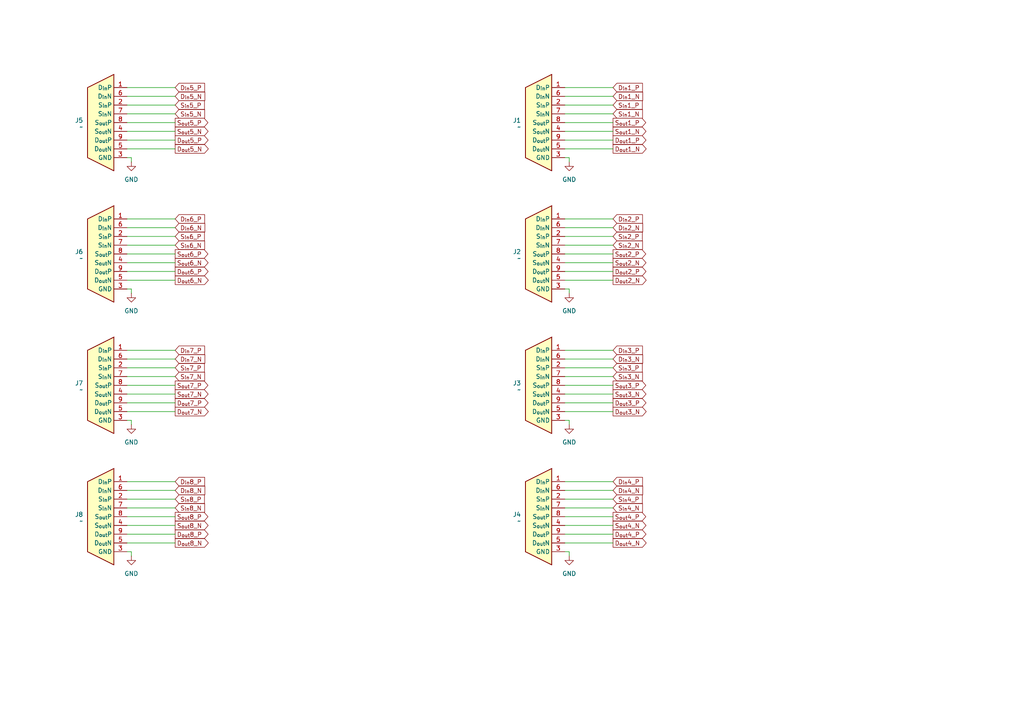
<source format=kicad_sch>
(kicad_sch (version 20231120) (generator "eeschema") (generator_version "8.0")
  (paper "A4")
  (lib_symbols
    (symbol "DE9:SpaceWire_Receptacle" (in_bom no)
      (property "Reference" "J" (at 5.08 0 0))
      (symbol "SpaceWire_Receptacle_0_1"
        (polyline (pts (xy -3.81 13.97) (xy -3.81 -13.97) (xy 3.81 -10.16) (xy 3.81 10.16) (xy -3.81 13.97)) (stroke (width 0.254)) (fill (type background)))
      )
      (symbol "SpaceWire_Receptacle_1_1"
        (pin input line (at -7.62 10.16 0) (length 3.81) (name "D_{in}P") (number "1"))
        (pin input line (at -7.62 5.08 0) (length 3.81) (name "S_{in}P") (number "2"))
        (pin passive line (at -7.62 -10.16 0) (length 3.81) (name "GND") (number "3"))
        (pin output line (at -7.62 -2.54 0) (length 3.81) (name "S_{out}N") (number "4"))
        (pin output line (at -7.62 -7.62 0) (length 3.81) (name "D_{out}N") (number "5"))
        (pin input line (at -7.62 7.62 0) (length 3.81) (name "D_{in}N") (number "6"))
        (pin input line (at -7.62 2.54 0) (length 3.81) (name "S_{in}N") (number "7"))
        (pin output line (at -7.62 0 0) (length 3.81) (name "S_{out}P") (number "8"))
        (pin output line (at -7.62 -5.08 0) (length 3.81) (name "D_{out}P") (number "9"))
      )
    )
    (symbol "power:GND" (power) (pin_numbers hide) (pin_names (offset 0) hide)
      (property "Value" "GND" (at 0 -3.81 0))
      (symbol "GND_0_1"
        (polyline (pts (xy 0 0) (xy 0 -1.27) (xy 1.27 -1.27) (xy 0 -2.54) (xy -1.27 -1.27) (xy 0 -1.27)))
      )
      (symbol "GND_1_1"
        (pin power_in line (at 0 0 270) (length 0) (name "~") (number "1"))
      )
    )
  )
  (wire (pts (xy 38.1 83.82) (xy 36.83 83.82)))
  (wire (pts (xy 165.1 45.72) (xy 163.83 45.72)))
  (wire (pts (xy 163.83 154.94) (xy 177.8 154.94)))
  (wire (pts (xy 163.83 111.76) (xy 177.8 111.76)))
  (wire (pts (xy 163.83 149.86) (xy 177.8 149.86)))
  (wire (pts (xy 163.83 116.84) (xy 177.8 116.84)))
  (wire (pts (xy 165.1 121.92) (xy 163.83 121.92)))
  (wire (pts (xy 38.1 85.09) (xy 38.1 83.82)))
  (wire (pts (xy 38.1 121.92) (xy 36.83 121.92)))
  (wire (pts (xy 163.83 78.74) (xy 177.8 78.74)))
  (wire (pts (xy 36.83 116.84) (xy 50.8 116.84)))
  (wire (pts (xy 165.1 161.29) (xy 165.1 160.02)))
  (wire (pts (xy 36.83 73.66) (xy 50.8 73.66)))
  (wire (pts (xy 163.83 144.78) (xy 177.8 144.78)))
  (wire (pts (xy 36.83 147.32) (xy 50.8 147.32)))
  (wire (pts (xy 36.83 76.2) (xy 50.8 76.2)))
  (wire (pts (xy 36.83 43.18) (xy 50.8 43.18)))
  (wire (pts (xy 36.83 66.04) (xy 50.8 66.04)))
  (wire (pts (xy 163.83 66.04) (xy 177.8 66.04)))
  (wire (pts (xy 36.83 119.38) (xy 50.8 119.38)))
  (wire (pts (xy 163.83 157.48) (xy 177.8 157.48)))
  (wire (pts (xy 36.83 109.22) (xy 50.8 109.22)))
  (wire (pts (xy 38.1 46.99) (xy 38.1 45.72)))
  (wire (pts (xy 36.83 35.56) (xy 50.8 35.56)))
  (wire (pts (xy 163.83 106.68) (xy 177.8 106.68)))
  (wire (pts (xy 36.83 71.12) (xy 50.8 71.12)))
  (wire (pts (xy 163.83 147.32) (xy 177.8 147.32)))
  (wire (pts (xy 36.83 68.58) (xy 50.8 68.58)))
  (wire (pts (xy 163.83 152.4) (xy 177.8 152.4)))
  (wire (pts (xy 163.83 33.02) (xy 177.8 33.02)))
  (wire (pts (xy 163.83 73.66) (xy 177.8 73.66)))
  (wire (pts (xy 165.1 83.82) (xy 163.83 83.82)))
  (wire (pts (xy 163.83 30.48) (xy 177.8 30.48)))
  (wire (pts (xy 36.83 111.76) (xy 50.8 111.76)))
  (wire (pts (xy 163.83 63.5) (xy 177.8 63.5)))
  (wire (pts (xy 165.1 46.99) (xy 165.1 45.72)))
  (wire (pts (xy 36.83 27.94) (xy 50.8 27.94)))
  (wire (pts (xy 163.83 142.24) (xy 177.8 142.24)))
  (wire (pts (xy 165.1 85.09) (xy 165.1 83.82)))
  (wire (pts (xy 165.1 123.19) (xy 165.1 121.92)))
  (wire (pts (xy 163.83 71.12) (xy 177.8 71.12)))
  (wire (pts (xy 36.83 142.24) (xy 50.8 142.24)))
  (wire (pts (xy 36.83 38.1) (xy 50.8 38.1)))
  (wire (pts (xy 163.83 27.94) (xy 177.8 27.94)))
  (wire (pts (xy 36.83 63.5) (xy 50.8 63.5)))
  (wire (pts (xy 36.83 144.78) (xy 50.8 144.78)))
  (wire (pts (xy 36.83 104.14) (xy 50.8 104.14)))
  (wire (pts (xy 36.83 106.68) (xy 50.8 106.68)))
  (wire (pts (xy 163.83 25.4) (xy 177.8 25.4)))
  (wire (pts (xy 36.83 139.7) (xy 50.8 139.7)))
  (wire (pts (xy 38.1 123.19) (xy 38.1 121.92)))
  (wire (pts (xy 163.83 43.18) (xy 177.8 43.18)))
  (wire (pts (xy 163.83 40.64) (xy 177.8 40.64)))
  (wire (pts (xy 36.83 114.3) (xy 50.8 114.3)))
  (wire (pts (xy 36.83 152.4) (xy 50.8 152.4)))
  (wire (pts (xy 36.83 157.48) (xy 50.8 157.48)))
  (wire (pts (xy 163.83 38.1) (xy 177.8 38.1)))
  (wire (pts (xy 163.83 101.6) (xy 177.8 101.6)))
  (wire (pts (xy 36.83 149.86) (xy 50.8 149.86)))
  (wire (pts (xy 36.83 25.4) (xy 50.8 25.4)))
  (wire (pts (xy 163.83 35.56) (xy 177.8 35.56)))
  (wire (pts (xy 36.83 81.28) (xy 50.8 81.28)))
  (wire (pts (xy 163.83 76.2) (xy 177.8 76.2)))
  (wire (pts (xy 163.83 139.7) (xy 177.8 139.7)))
  (wire (pts (xy 36.83 40.64) (xy 50.8 40.64)))
  (wire (pts (xy 36.83 101.6) (xy 50.8 101.6)))
  (wire (pts (xy 38.1 45.72) (xy 36.83 45.72)))
  (wire (pts (xy 38.1 160.02) (xy 36.83 160.02)))
  (wire (pts (xy 165.1 160.02) (xy 163.83 160.02)))
  (wire (pts (xy 36.83 33.02) (xy 50.8 33.02)))
  (wire (pts (xy 163.83 119.38) (xy 177.8 119.38)))
  (wire (pts (xy 163.83 114.3) (xy 177.8 114.3)))
  (wire (pts (xy 163.83 81.28) (xy 177.8 81.28)))
  (wire (pts (xy 36.83 30.48) (xy 50.8 30.48)))
  (wire (pts (xy 163.83 68.58) (xy 177.8 68.58)))
  (wire (pts (xy 36.83 154.94) (xy 50.8 154.94)))
  (wire (pts (xy 163.83 109.22) (xy 177.8 109.22)))
  (wire (pts (xy 36.83 78.74) (xy 50.8 78.74)))
  (wire (pts (xy 38.1 161.29) (xy 38.1 160.02)))
  (wire (pts (xy 163.83 104.14) (xy 177.8 104.14)))
  (global_label "D_{in}2_N" (shape input) (at 177.8 66.04 0) (property "Intersheetrefs" "${INTERSHEET_REFS}" (effects (hide yes))))
  (global_label "S_{in}1_P" (shape input) (at 177.8 30.48 0) (property "Intersheetrefs" "${INTERSHEET_REFS}" (effects (hide yes))))
  (global_label "D_{out}3_P" (shape output) (at 177.8 116.84 0) (property "Intersheetrefs" "${INTERSHEET_REFS}" (effects (hide yes))))
  (global_label "S_{in}3_N" (shape input) (at 177.8 109.22 0) (property "Intersheetrefs" "${INTERSHEET_REFS}" (effects (hide yes))))
  (global_label "S_{out}8_N" (shape output) (at 50.8 152.4 0) (property "Intersheetrefs" "${INTERSHEET_REFS}" (effects (hide yes))))
  (global_label "D_{out}7_P" (shape output) (at 50.8 116.84 0) (property "Intersheetrefs" "${INTERSHEET_REFS}" (effects (hide yes))))
  (global_label "S_{in}7_P" (shape input) (at 50.8 106.68 0) (property "Intersheetrefs" "${INTERSHEET_REFS}" (effects (hide yes))))
  (global_label "D_{in}2_P" (shape input) (at 177.8 63.5 0) (property "Intersheetrefs" "${INTERSHEET_REFS}" (effects (hide yes))))
  (global_label "D_{in}5_N" (shape input) (at 50.8 27.94 0) (property "Intersheetrefs" "${INTERSHEET_REFS}" (effects (hide yes))))
  (global_label "D_{in}7_N" (shape input) (at 50.8 104.14 0) (property "Intersheetrefs" "${INTERSHEET_REFS}" (effects (hide yes))))
  (global_label "D_{out}4_N" (shape output) (at 177.8 157.48 0) (property "Intersheetrefs" "${INTERSHEET_REFS}" (effects (hide yes))))
  (global_label "S_{out}2_P" (shape output) (at 177.8 73.66 0) (property "Intersheetrefs" "${INTERSHEET_REFS}" (effects (hide yes))))
  (global_label "S_{in}5_P" (shape input) (at 50.8 30.48 0) (property "Intersheetrefs" "${INTERSHEET_REFS}" (effects (hide yes))))
  (global_label "S_{out}6_P" (shape output) (at 50.8 73.66 0) (property "Intersheetrefs" "${INTERSHEET_REFS}" (effects (hide yes))))
  (global_label "D_{out}8_P" (shape output) (at 50.8 154.94 0) (property "Intersheetrefs" "${INTERSHEET_REFS}" (effects (hide yes))))
  (global_label "D_{out}8_N" (shape output) (at 50.8 157.48 0) (property "Intersheetrefs" "${INTERSHEET_REFS}" (effects (hide yes))))
  (global_label "S_{out}4_P" (shape output) (at 177.8 149.86 0) (property "Intersheetrefs" "${INTERSHEET_REFS}" (effects (hide yes))))
  (global_label "D_{in}8_N" (shape input) (at 50.8 142.24 0) (property "Intersheetrefs" "${INTERSHEET_REFS}" (effects (hide yes))))
  (global_label "S_{out}4_N" (shape output) (at 177.8 152.4 0) (property "Intersheetrefs" "${INTERSHEET_REFS}" (effects (hide yes))))
  (global_label "S_{in}6_P" (shape input) (at 50.8 68.58 0) (property "Intersheetrefs" "${INTERSHEET_REFS}" (effects (hide yes))))
  (global_label "D_{in}1_P" (shape input) (at 177.8 25.4 0) (property "Intersheetrefs" "${INTERSHEET_REFS}" (effects (hide yes))))
  (global_label "S_{in}2_N" (shape input) (at 177.8 71.12 0) (property "Intersheetrefs" "${INTERSHEET_REFS}" (effects (hide yes))))
  (global_label "S_{in}1_N" (shape input) (at 177.8 33.02 0) (property "Intersheetrefs" "${INTERSHEET_REFS}" (effects (hide yes))))
  (global_label "D_{out}6_P" (shape output) (at 50.8 78.74 0) (property "Intersheetrefs" "${INTERSHEET_REFS}" (effects (hide yes))))
  (global_label "D_{in}6_N" (shape input) (at 50.8 66.04 0) (property "Intersheetrefs" "${INTERSHEET_REFS}" (effects (hide yes))))
  (global_label "D_{out}3_N" (shape output) (at 177.8 119.38 0) (property "Intersheetrefs" "${INTERSHEET_REFS}" (effects (hide yes))))
  (global_label "S_{in}4_P" (shape input) (at 177.8 144.78 0) (property "Intersheetrefs" "${INTERSHEET_REFS}" (effects (hide yes))))
  (global_label "S_{out}7_P" (shape output) (at 50.8 111.76 0) (property "Intersheetrefs" "${INTERSHEET_REFS}" (effects (hide yes))))
  (global_label "D_{out}5_P" (shape output) (at 50.8 40.64 0) (property "Intersheetrefs" "${INTERSHEET_REFS}" (effects (hide yes))))
  (global_label "D_{in}4_P" (shape input) (at 177.8 139.7 0) (property "Intersheetrefs" "${INTERSHEET_REFS}" (effects (hide yes))))
  (global_label "S_{in}5_N" (shape input) (at 50.8 33.02 0) (property "Intersheetrefs" "${INTERSHEET_REFS}" (effects (hide yes))))
  (global_label "D_{out}2_N" (shape output) (at 177.8 81.28 0) (property "Intersheetrefs" "${INTERSHEET_REFS}" (effects (hide yes))))
  (global_label "D_{out}1_P" (shape output) (at 177.8 40.64 0) (property "Intersheetrefs" "${INTERSHEET_REFS}" (effects (hide yes))))
  (global_label "D_{in}1_N" (shape input) (at 177.8 27.94 0) (property "Intersheetrefs" "${INTERSHEET_REFS}" (effects (hide yes))))
  (global_label "D_{in}8_P" (shape input) (at 50.8 139.7 0) (property "Intersheetrefs" "${INTERSHEET_REFS}" (effects (hide yes))))
  (global_label "D_{in}5_P" (shape input) (at 50.8 25.4 0) (property "Intersheetrefs" "${INTERSHEET_REFS}" (effects (hide yes))))
  (global_label "D_{out}6_N" (shape output) (at 50.8 81.28 0) (property "Intersheetrefs" "${INTERSHEET_REFS}" (effects (hide yes))))
  (global_label "D_{in}3_P" (shape input) (at 177.8 101.6 0) (property "Intersheetrefs" "${INTERSHEET_REFS}" (effects (hide yes))))
  (global_label "S_{out}8_P" (shape output) (at 50.8 149.86 0) (property "Intersheetrefs" "${INTERSHEET_REFS}" (effects (hide yes))))
  (global_label "D_{in}3_N" (shape input) (at 177.8 104.14 0) (property "Intersheetrefs" "${INTERSHEET_REFS}" (effects (hide yes))))
  (global_label "S_{out}7_N" (shape output) (at 50.8 114.3 0) (property "Intersheetrefs" "${INTERSHEET_REFS}" (effects (hide yes))))
  (global_label "S_{out}5_N" (shape output) (at 50.8 38.1 0) (property "Intersheetrefs" "${INTERSHEET_REFS}" (effects (hide yes))))
  (global_label "D_{in}4_N" (shape input) (at 177.8 142.24 0) (property "Intersheetrefs" "${INTERSHEET_REFS}" (effects (hide yes))))
  (global_label "S_{out}1_N" (shape output) (at 177.8 38.1 0) (property "Intersheetrefs" "${INTERSHEET_REFS}" (effects (hide yes))))
  (global_label "D_{out}5_N" (shape output) (at 50.8 43.18 0) (property "Intersheetrefs" "${INTERSHEET_REFS}" (effects (hide yes))))
  (global_label "S_{in}6_N" (shape input) (at 50.8 71.12 0) (property "Intersheetrefs" "${INTERSHEET_REFS}" (effects (hide yes))))
  (global_label "S_{in}2_P" (shape input) (at 177.8 68.58 0) (property "Intersheetrefs" "${INTERSHEET_REFS}" (effects (hide yes))))
  (global_label "D_{out}4_P" (shape output) (at 177.8 154.94 0) (property "Intersheetrefs" "${INTERSHEET_REFS}" (effects (hide yes))))
  (global_label "S_{out}6_N" (shape output) (at 50.8 76.2 0) (property "Intersheetrefs" "${INTERSHEET_REFS}" (effects (hide yes))))
  (global_label "S_{in}4_N" (shape input) (at 177.8 147.32 0) (property "Intersheetrefs" "${INTERSHEET_REFS}" (effects (hide yes))))
  (global_label "D_{in}7_P" (shape input) (at 50.8 101.6 0) (property "Intersheetrefs" "${INTERSHEET_REFS}" (effects (hide yes))))
  (global_label "S_{out}3_P" (shape output) (at 177.8 111.76 0) (property "Intersheetrefs" "${INTERSHEET_REFS}" (effects (hide yes))))
  (global_label "S_{in}3_P" (shape input) (at 177.8 106.68 0) (property "Intersheetrefs" "${INTERSHEET_REFS}" (effects (hide yes))))
  (global_label "D_{in}6_P" (shape input) (at 50.8 63.5 0) (property "Intersheetrefs" "${INTERSHEET_REFS}" (effects (hide yes))))
  (global_label "D_{out}7_N" (shape output) (at 50.8 119.38 0) (property "Intersheetrefs" "${INTERSHEET_REFS}" (effects (hide yes))))
  (global_label "D_{out}1_N" (shape output) (at 177.8 43.18 0) (property "Intersheetrefs" "${INTERSHEET_REFS}" (effects (hide yes))))
  (global_label "S_{out}5_P" (shape output) (at 50.8 35.56 0) (property "Intersheetrefs" "${INTERSHEET_REFS}" (effects (hide yes))))
  (global_label "D_{out}2_P" (shape output) (at 177.8 78.74 0) (property "Intersheetrefs" "${INTERSHEET_REFS}" (effects (hide yes))))
  (global_label "S_{out}2_N" (shape output) (at 177.8 76.2 0) (property "Intersheetrefs" "${INTERSHEET_REFS}" (effects (hide yes))))
  (global_label "S_{out}1_P" (shape output) (at 177.8 35.56 0) (property "Intersheetrefs" "${INTERSHEET_REFS}" (effects (hide yes))))
  (global_label "S_{in}8_N" (shape input) (at 50.8 147.32 0) (property "Intersheetrefs" "${INTERSHEET_REFS}" (effects (hide yes))))
  (global_label "S_{out}3_N" (shape output) (at 177.8 114.3 0) (property "Intersheetrefs" "${INTERSHEET_REFS}" (effects (hide yes))))
  (global_label "S_{in}7_N" (shape input) (at 50.8 109.22 0) (property "Intersheetrefs" "${INTERSHEET_REFS}" (effects (hide yes))))
  (global_label "S_{in}8_P" (shape input) (at 50.8 144.78 0) (property "Intersheetrefs" "${INTERSHEET_REFS}" (effects (hide yes))))
  (symbol (lib_id "power:GND") (at 165.1 123.19 0) (unit 1)
    (property "Reference" "#PWR024" (effects (hide yes)))
    (property "Value" "GND" (at 165.1 128.27 0))
    (property "Description" "Power symbol creates a global label with name \"GND\" , ground" (effects (hide yes)))
  )
  (symbol (lib_id "power:GND") (at 165.1 46.99 0) (unit 1)
    (property "Reference" "#PWR022" (effects (hide yes)))
    (property "Value" "GND" (at 165.1 52.07 0))
    (property "Description" "Power symbol creates a global label with name \"GND\" , ground" (effects (hide yes)))
  )
  (symbol (lib_id "power:GND") (at 38.1 161.29 0) (unit 1)
    (property "Reference" "#PWR029" (effects (hide yes)))
    (property "Value" "GND" (at 38.1 166.37 0))
    (property "Description" "Power symbol creates a global label with name \"GND\" , ground" (effects (hide yes)))
  )
  (symbol (lib_id "power:GND") (at 165.1 161.29 0) (unit 1)
    (property "Reference" "#PWR025" (effects (hide yes)))
    (property "Value" "GND" (at 165.1 166.37 0))
    (property "Description" "Power symbol creates a global label with name \"GND\" , ground" (effects (hide yes)))
  )
  (symbol (lib_id "power:GND") (at 38.1 85.09 0) (unit 1)
    (property "Reference" "#PWR027" (effects (hide yes)))
    (property "Value" "GND" (at 38.1 90.17 0))
    (property "Description" "Power symbol creates a global label with name \"GND\" , ground" (effects (hide yes)))
  )
  (symbol (lib_id "DE9:SpaceWire_Receptacle") (at 156.21 111.76 0) (mirror y) (unit 1) (in_bom no)
    (property "Reference" "J3" (at 151.13 111.1249 0) (effects (justify left)))
    (property "Value" "~" (at 151.13 113.03 0) (effects (justify left)))
    (property "Footprint" "DE9:DE9_Pins" (effects (hide yes)))
  )
  (symbol (lib_id "power:GND") (at 38.1 123.19 0) (unit 1)
    (property "Reference" "#PWR028" (effects (hide yes)))
    (property "Value" "GND" (at 38.1 128.27 0))
    (property "Description" "Power symbol creates a global label with name \"GND\" , ground" (effects (hide yes)))
  )
  (symbol (lib_id "DE9:SpaceWire_Receptacle") (at 156.21 35.56 0) (mirror y) (unit 1) (in_bom no)
    (property "Reference" "J1" (at 151.13 34.9249 0) (effects (justify left)))
    (property "Value" "~" (at 151.13 36.83 0) (effects (justify left)))
    (property "Footprint" "DE9:DE9_Pins" (effects (hide yes)))
  )
  (symbol (lib_id "DE9:SpaceWire_Receptacle") (at 156.21 149.86 0) (mirror y) (unit 1) (in_bom no)
    (property "Reference" "J4" (at 151.13 149.2249 0) (effects (justify left)))
    (property "Value" "~" (at 151.13 151.13 0) (effects (justify left)))
    (property "Footprint" "DE9:DE9_Pins" (effects (hide yes)))
  )
  (symbol (lib_id "DE9:SpaceWire_Receptacle") (at 29.21 73.66 0) (mirror y) (unit 1) (in_bom no)
    (property "Reference" "J6" (at 24.13 73.0249 0) (effects (justify left)))
    (property "Value" "~" (at 24.13 74.93 0) (effects (justify left)))
    (property "Footprint" "DE9:DE9_Pins" (effects (hide yes)))
  )
  (symbol (lib_id "DE9:SpaceWire_Receptacle") (at 156.21 73.66 0) (mirror y) (unit 1) (in_bom no)
    (property "Reference" "J2" (at 151.13 73.0249 0) (effects (justify left)))
    (property "Value" "~" (at 151.13 74.93 0) (effects (justify left)))
    (property "Footprint" "DE9:DE9_Pins" (effects (hide yes)))
  )
  (symbol (lib_id "DE9:SpaceWire_Receptacle") (at 29.21 111.76 0) (mirror y) (unit 1) (in_bom no)
    (property "Reference" "J7" (at 24.13 111.1249 0) (effects (justify left)))
    (property "Value" "~" (at 24.13 113.03 0) (effects (justify left)))
    (property "Footprint" "DE9:DE9_Pins" (effects (hide yes)))
  )
  (symbol (lib_id "power:GND") (at 165.1 85.09 0) (unit 1)
    (property "Reference" "#PWR023" (effects (hide yes)))
    (property "Value" "GND" (at 165.1 90.17 0))
    (property "Description" "Power symbol creates a global label with name \"GND\" , ground" (effects (hide yes)))
  )
  (symbol (lib_id "DE9:SpaceWire_Receptacle") (at 29.21 149.86 0) (mirror y) (unit 1) (in_bom no)
    (property "Reference" "J8" (at 24.13 149.2249 0) (effects (justify left)))
    (property "Value" "~" (at 24.13 151.13 0) (effects (justify left)))
    (property "Footprint" "DE9:DE9_Pins" (effects (hide yes)))
  )
  (symbol (lib_id "DE9:SpaceWire_Receptacle") (at 29.21 35.56 0) (mirror y) (unit 1) (in_bom no)
    (property "Reference" "J5" (at 24.13 34.9249 0) (effects (justify left)))
    (property "Value" "~" (at 24.13 36.83 0) (effects (justify left)))
    (property "Footprint" "DE9:DE9_Pins" (effects (hide yes)))
  )
  (symbol (lib_id "power:GND") (at 38.1 46.99 0) (unit 1)
    (property "Reference" "#PWR026" (effects (hide yes)))
    (property "Value" "GND" (at 38.1 52.07 0))
    (property "Description" "Power symbol creates a global label with name \"GND\" , ground" (effects (hide yes)))
  )
)
</source>
